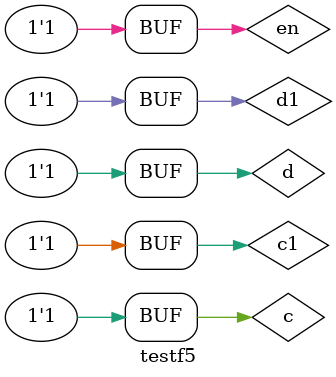
<source format=v>
`timescale 1ns / 1ps


module testf5;

	// Inputs
	reg c;
	reg d;
	reg c1;
	reg d1;
	reg en;

	// Outputs
	wire f;

	// Instantiate the Unit Under Test (UUT)
	f5 uut (
		.c(c), 
		.d(d), 
		.c1(c1), 
		.d1(d1), 
		.en(en), 
		.f(f)
	);

	initial begin
		// Initialize Inputs
		c = 0;
		d = 0;
		c1 = 0;
		d1 = 0;
		en = 0;
		#100;
        
		
		
		c = 0;
		d = 0;
		c1 = 0;
		d1 = 0;
		en = 1;
		#100;
		
		
				c = 1;
		d = 0;
		c1 = 0;
		d1 = 0;
		en = 1;
		#100;
		
		
				c = 0;
		d = 1;
		c1 = 0;
		d1 = 0;
		en = 1;
		#100;
		
				c = 1;
		d = 1;
		c1 = 0;
		d1 = 0;
		en = 1;
		#100;
		
				c = 0;
		d = 0;
		c1 = 1;
		d1 = 0;
		en = 1;
		#100;
		
				c = 1;
		d = 0;
		c1 = 1;
		d1 = 0;
		en = 1;
		#100;


		c = 0;
		d = 1;
		c1 = 1;
		d1 = 0;
		en = 1;
		#100;
		
		
				c = 1;
		d = 1;
		c1 = 1;
		d1 = 0;
		en = 1;
		#100;
		
		
		
				c = 0;
		d = 0;
		c1 = 0;
		d1 = 1;
		en = 1;
		#100;
		
		
		
				c = 1;
		d = 0;
		c1 = 0;
		d1 = 1;
		en = 1;
		#100;
		
		
				c = 0;
		d = 1;
		c1 = 0;
		d1 = 1;
		en = 1;
		#100;
		
		
		
				c = 1;
		d = 1;
		c1 = 0;
		d1 = 1;
		en = 1;
		#100;
		
		
		
		
				c = 0;
		d = 0;
		c1 = 1;
		d1 = 1;
		en = 1;
		#100;
		
		
		
				c = 1;
		d = 0;
		c1 = 1;
		d1 = 1;
		en = 1;
		#100;
		
		
		
				c = 0;
		d = 1;
		c1 = 1;
		d1 = 1;
		en = 1;
		#100;
		
				c = 1;
		d = 1;
		c1 = 1;
		d1 = 1;
		en = 1;
		#100;
		
		
		
		
	end
      
endmodule


</source>
